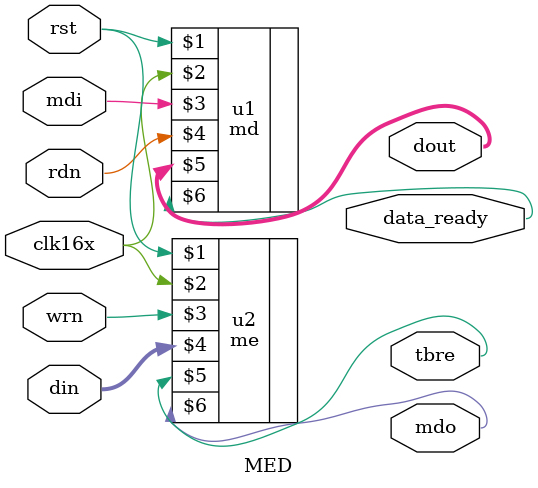
<source format=v>
/******************************************************************************
*
*    File Name:  med.v
*      Version:  1.1
*         Date:  January 22, 2000
*        Model:  Manchester Encoder Decoder Chip
* Dependencies:  me.v, md.v
*
*      Company:  Xilinx
*
*
*   Disclaimer:  THESE DESIGNS ARE PROVIDED "AS IS" WITH NO WARRANTY 
*                WHATSOEVER AND XILINX SPECIFICALLY DISCLAIMS ANY 
*                IMPLIED WARRANTIES OF MERCHANTABILITY, FITNESS FOR
*                A PARTICULAR PURPOSE, OR AGAINST INFRINGEMENT.
*
*                Copyright (c) 2000 Xilinx, Inc.
*                All rights reserved
*
******************************************************************************/
`timescale 1ps / 1ps

(* opt_mode="speed", optimize_primitives="yes" *)
module MED(
    rst,
    clk16x,
    mdi,
    rdn,
    dout,
    data_ready,
    wrn,
    din,
    tbre,
    mdo
);

    output tbre ;
    output mdo ;
    output [7:0] dout ;
    output data_ready ;
    input [7:0] din ;
    input rst ;
    input clk16x ;
    input wrn ;
    input rdn ;
    input mdi ;

    md u1 (rst,clk16x,mdi,rdn,dout,data_ready) ;

    me u2 (rst,clk16x,wrn,din,tbre,mdo) ;

endmodule

</source>
